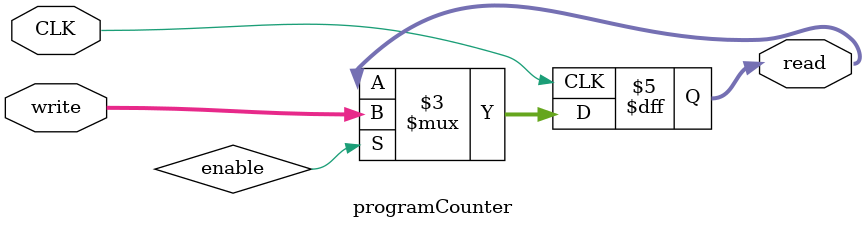
<source format=v>
module programCounter (CLK, write, read);

input wire CLK;
input wire [31:0] write;

output reg [31:0] read;

always @ (posedge CLK)
begin
	if (enable) read <= write;
	else read <= read;
end


endmodule
</source>
